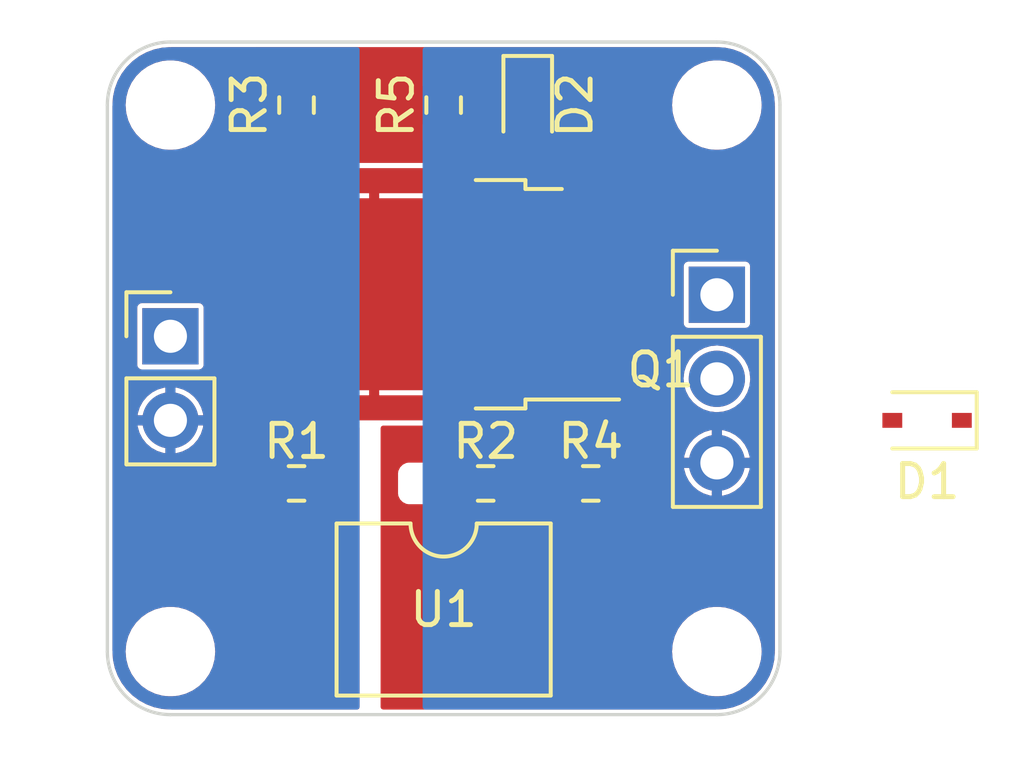
<source format=kicad_pcb>
(kicad_pcb (version 20211014) (generator pcbnew)
  (layers (0 "F.Cu" signal) (31 "B.Cu" signal) (34 "B.Paste" user) (35 "F.Paste" user) (36 "B.SilkS" user "B.Silkscreen") (37 "F.SilkS" user "F.Silkscreen") (38 "B.Mask" user) (39 "F.Mask" user) (44 "Edge.Cuts" user))
  (net 0 "")
  (net 1 "GND2")
  (net 2 "Net-(R1-Pad2)")
  (net 3 "GND1")
  (net 4 "Net-(J1-Pad1)")
  (net 5 "VDC")
  (net 6 "Net-(D1-Pad1)")
  (net 7 "Net-(Q1-Pad1)")
  (net 8 "Net-(R3-Pad1)")
  (net 9 "/LD")
  (net 10 "Net-(D2-Pad1)")
  (footprint "MountingHole:MountingHole_2.2mm_M2_DIN965" (layer "F.Cu") (at 125.095 83.185)
    (fp_text reference "H3" hide)
    (fp_text value "MountingHole")
    (pad "" np_thru_hole circle (at 0 0) (size 2.2 2.2) (drill 2.2) (layers *.Cu *.Mask))
  )
  (footprint "Diode_SMD:D_SOD-323" (layer "F.Cu") (at 131.445 92.71 180)
    (fp_text reference "D1" (at 0 -1.85) (layer "F.SilkS"))
    (fp_text value "1N4148")
    (fp_line (start -1.5 -0.85) (end 1.05 -0.85) (layer "F.SilkS") (width 0.12))
    (fp_line (start -1.5 -0.85) (end -1.5 0.85) (layer "F.SilkS") (width 0.12))
    (fp_line (start -1.5 0.85) (end 1.05 0.85) (layer "F.SilkS") (width 0.12))
    (pad "1" smd rect (at -1.05 0 180) (size 0.6 0.45) (layers "F.Cu" "F.Paste" "F.Mask") (net 6 "Net-(D1-Pad1)"))
    (pad "2" smd rect (at 1.05 0 180) (size 0.6 0.45) (layers "F.Cu" "F.Paste" "F.Mask") (net 1 "GND2"))
  )
  (footprint "Resistor_SMD:R_0603_1608Metric" (layer "F.Cu") (at 116.84 83.185 90)
    (fp_text reference "R5" (at 0 -1.43 90) (layer "F.SilkS"))
    (fp_text value "4k7")
    (fp_line (start -0.237258 -0.5225) (end 0.237258 -0.5225) (layer "F.SilkS") (width 0.12))
    (fp_line (start -0.237258 0.5225) (end 0.237258 0.5225) (layer "F.SilkS") (width 0.12))
    (pad "1" smd roundrect (at -0.825 0 90) (size 0.8 0.95) (layers "F.Cu" "F.Paste" "F.Mask") (net 9 "/LD"))
    (pad "2" smd roundrect (at 0.825 0 90) (size 0.8 0.95) (layers "F.Cu" "F.Paste" "F.Mask") (net 10 "Net-(D2-Pad1)"))
  )
  (footprint "Package_DIP:SMDIP-4_W9.53mm" (layer "F.Cu") (at 116.84 98.425)
    (fp_text reference "U1" (at 0 0) (layer "F.SilkS"))
    (fp_text value "EL817")
    (fp_line (start -3.235 2.6) (end 3.235 2.6) (layer "F.SilkS") (width 0.12))
    (fp_line (start -1 -2.6) (end -3.235 -2.6) (layer "F.SilkS") (width 0.12))
    (fp_line (start 3.235 2.6) (end 3.235 -2.6) (layer "F.SilkS") (width 0.12))
    (fp_line (start 3.235 -2.6) (end 1 -2.6) (layer "F.SilkS") (width 0.12))
    (fp_line (start -3.235 -2.6) (end -3.235 2.6) (layer "F.SilkS") (width 0.12))
    (fp_arc (start 1 -2.6) (mid 0 -1.6) (end -1 -2.6) (layer "F.SilkS") (width 0.12))
    (pad "1" smd rect (at -4.765 -1.27) (size 2 1.78) (layers "F.Cu" "F.Paste" "F.Mask") (net 2 "Net-(R1-Pad2)"))
    (pad "2" smd rect (at -4.765 1.27) (size 2 1.78) (layers "F.Cu" "F.Paste" "F.Mask") (net 3 "GND1"))
    (pad "3" smd rect (at 4.765 1.27) (size 2 1.78) (layers "F.Cu" "F.Paste" "F.Mask") (net 6 "Net-(D1-Pad1)"))
    (pad "4" smd rect (at 4.765 -1.27) (size 2 1.78) (layers "F.Cu" "F.Paste" "F.Mask") (net 8 "Net-(R3-Pad1)"))
  )
  (footprint "Package_TO_SOT_SMD:TO-252-3_TabPin2" (layer "F.Cu") (at 116.84 88.9 180)
    (fp_text reference "Q1" (at -6.56 -2.285) (layer "F.SilkS"))
    (fp_text value "D4184")
    (fp_line (start -2.47 3.18) (end -3.57 3.18) (layer "F.SilkS") (width 0.12))
    (fp_line (start -0.97 -3.45) (end -2.47 -3.45) (layer "F.SilkS") (width 0.12))
    (fp_line (start -2.47 -3.45) (end -2.47 -3.18) (layer "F.SilkS") (width 0.12))
    (fp_line (start -2.47 3.45) (end -2.47 3.18) (layer "F.SilkS") (width 0.12))
    (fp_line (start -2.47 -3.18) (end -5.3 -3.18) (layer "F.SilkS") (width 0.12))
    (fp_line (start -0.97 3.45) (end -2.47 3.45) (layer "F.SilkS") (width 0.12))
    (pad "1" smd rect (at -4.2 -2.28 180) (size 2.2 1.2) (layers "F.Cu" "F.Paste" "F.Mask") (net 7 "Net-(Q1-Pad1)"))
    (pad "2" smd rect (at -4.2 0 180) (size 2.2 1.2) (layers "F.Cu" "F.Paste" "F.Mask") (net 9 "/LD"))
    (pad "2" smd rect (at 2.1 0 180) (size 6.4 5.8) (layers "F.Cu" "F.Mask") (net 9 "/LD"))
    (pad "3" smd rect (at -4.2 2.28 180) (size 2.2 1.2) (layers "F.Cu" "F.Paste" "F.Mask") (net 1 "GND2"))
  )
  (footprint "LED_SMD:LED_0603_1608Metric" (layer "F.Cu") (at 119.38 83.185 -90)
    (fp_text reference "D2" (at 0 -1.43 90) (layer "F.SilkS"))
    (fp_text value "GR")
    (fp_line (start -1.485 -0.735) (end -1.485 0.735) (layer "F.SilkS") (width 0.12))
    (fp_line (start 0.8 -0.735) (end -1.485 -0.735) (layer "F.SilkS") (width 0.12))
    (fp_line (start -1.485 0.735) (end 0.8 0.735) (layer "F.SilkS") (width 0.12))
    (pad "1" smd roundrect (at -0.7875 0 270) (size 0.875 0.95) (layers "F.Cu" "F.Paste" "F.Mask") (net 10 "Net-(D2-Pad1)"))
    (pad "2" smd roundrect (at 0.7875 0 270) (size 0.875 0.95) (layers "F.Cu" "F.Paste" "F.Mask") (net 5 "VDC"))
  )
  (footprint "Connector_PinHeader_2.54mm:PinHeader_1x02_P2.54mm_Vertical" (layer "F.Cu") (at 108.585 90.17)
    (fp_text reference "J1" hide)
    (fp_text value "Conn_01x02")
    (fp_line (start -1.33 -1.33) (end 0 -1.33) (layer "F.SilkS") (width 0.12))
    (fp_line (start -1.33 1.27) (end -1.33 3.87) (layer "F.SilkS") (width 0.12))
    (fp_line (start -1.33 0) (end -1.33 -1.33) (layer "F.SilkS") (width 0.12))
    (fp_line (start -1.33 1.27) (end 1.33 1.27) (layer "F.SilkS") (width 0.12))
    (fp_line (start 1.33 1.27) (end 1.33 3.87) (layer "F.SilkS") (width 0.12))
    (fp_line (start -1.33 3.87) (end 1.33 3.87) (layer "F.SilkS") (width 0.12))
    (pad "1" thru_hole rect (at 0 0) (size 1.7 1.7) (drill 1) (layers *.Cu *.Mask) (net 4 "Net-(J1-Pad1)"))
    (pad "2" thru_hole oval (at 0 2.54) (size 1.7 1.7) (drill 1) (layers *.Cu *.Mask) (net 3 "GND1"))
  )
  (footprint "Resistor_SMD:R_0603_1608Metric" (layer "F.Cu") (at 112.395 94.615)
    (fp_text reference "R1" (at 0 -1.27) (layer "F.SilkS"))
    (fp_text value "1k")
    (fp_line (start -0.237258 0.5225) (end 0.237258 0.5225) (layer "F.SilkS") (width 0.12))
    (fp_line (start -0.237258 -0.5225) (end 0.237258 -0.5225) (layer "F.SilkS") (width 0.12))
    (pad "1" smd roundrect (at -0.825 0) (size 0.8 0.95) (layers "F.Cu" "F.Paste" "F.Mask") (net 4 "Net-(J1-Pad1)"))
    (pad "2" smd roundrect (at 0.825 0) (size 0.8 0.95) (layers "F.Cu" "F.Paste" "F.Mask") (net 2 "Net-(R1-Pad2)"))
  )
  (footprint "MountingHole:MountingHole_2.2mm_M2_DIN965" (layer "F.Cu") (at 108.585 99.695)
    (fp_text reference "H1" hide)
    (fp_text value "MountingHole")
    (pad "" np_thru_hole circle (at 0 0) (size 2.2 2.2) (drill 2.2) (layers *.Cu *.Mask))
  )
  (footprint "Connector_PinHeader_2.54mm:PinHeader_1x03_P2.54mm_Vertical" (layer "F.Cu") (at 125.095 88.915)
    (fp_text reference "J2" hide)
    (fp_text value "Conn_01x03")
    (fp_line (start -1.33 1.27) (end 1.33 1.27) (layer "F.SilkS") (width 0.12))
    (fp_line (start 1.33 1.27) (end 1.33 6.41) (layer "F.SilkS") (width 0.12))
    (fp_line (start -1.33 6.41) (end 1.33 6.41) (layer "F.SilkS") (width 0.12))
    (fp_line (start -1.33 -1.33) (end 0 -1.33) (layer "F.SilkS") (width 0.12))
    (fp_line (start -1.33 0) (end -1.33 -1.33) (layer "F.SilkS") (width 0.12))
    (fp_line (start -1.33 1.27) (end -1.33 6.41) (layer "F.SilkS") (width 0.12))
    (pad "1" thru_hole rect (at 0 0) (size 1.7 1.7) (drill 1) (layers *.Cu *.Mask) (net 5 "VDC"))
    (pad "2" thru_hole oval (at 0 2.54) (size 1.7 1.7) (drill 1) (layers *.Cu *.Mask) (net 9 "/LD"))
    (pad "3" thru_hole oval (at 0 5.08) (size 1.7 1.7) (drill 1) (layers *.Cu *.Mask) (net 1 "GND2"))
  )
  (footprint "MountingHole:MountingHole_2.2mm_M2_DIN965" (layer "F.Cu") (at 125.095 99.695)
    (fp_text reference "H2" hide)
    (fp_text value "MountingHole")
    (pad "" np_thru_hole circle (at 0 0) (size 2.2 2.2) (drill 2.2) (layers *.Cu *.Mask))
  )
  (footprint "MountingHole:MountingHole_2.2mm_M2_DIN965" (layer "F.Cu") (at 108.585 83.185)
    (fp_text reference "H4" hide)
    (fp_text value "MountingHole")
    (pad "" np_thru_hole circle (at 0 0) (size 2.2 2.2) (drill 2.2) (layers *.Cu *.Mask))
  )
  (footprint "Resistor_SMD:R_0603_1608Metric" (layer "F.Cu") (at 118.11 94.615 180)
    (fp_text reference "R2" (at 0 1.27) (layer "F.SilkS"))
    (fp_text value "100")
    (fp_line (start -0.237258 0.5225) (end 0.237258 0.5225) (layer "F.SilkS") (width 0.12))
    (fp_line (start -0.237258 -0.5225) (end 0.237258 -0.5225) (layer "F.SilkS") (width 0.12))
    (pad "1" smd roundrect (at -0.825 0 180) (size 0.8 0.95) (layers "F.Cu" "F.Paste" "F.Mask") (net 7 "Net-(Q1-Pad1)"))
    (pad "2" smd roundrect (at 0.825 0 180) (size 0.8 0.95) (layers "F.Cu" "F.Paste" "F.Mask") (net 6 "Net-(D1-Pad1)"))
  )
  (footprint "Resistor_SMD:R_0603_1608Metric" (layer "F.Cu") (at 112.395 83.185 90)
    (fp_text reference "R3" (at 0 -1.43 90) (layer "F.SilkS"))
    (fp_text value "4k7")
    (fp_line (start -0.237258 0.5225) (end 0.237258 0.5225) (layer "F.SilkS") (width 0.12))
    (fp_line (start -0.237258 -0.5225) (end 0.237258 -0.5225) (layer "F.SilkS") (width 0.12))
    (pad "1" smd roundrect (at -0.825 0 90) (size 0.8 0.95) (layers "F.Cu" "F.Paste" "F.Mask") (net 8 "Net-(R3-Pad1)"))
    (pad "2" smd roundrect (at 0.825 0 90) (size 0.8 0.95) (layers "F.Cu" "F.Paste" "F.Mask") (net 5 "VDC"))
  )
  (footprint "Resistor_SMD:R_0603_1608Metric" (layer "F.Cu") (at 121.285 94.615 180)
    (fp_text reference "R4" (at 0 1.27) (layer "F.SilkS"))
    (fp_text value "4k7")
    (fp_line (start -0.237258 -0.5225) (end 0.237258 -0.5225) (layer "F.SilkS") (width 0.12))
    (fp_line (start -0.237258 0.5225) (end 0.237258 0.5225) (layer "F.SilkS") (width 0.12))
    (pad "1" smd roundrect (at -0.825 0 180) (size 0.8 0.95) (layers "F.Cu" "F.Paste" "F.Mask") (net 1 "GND2"))
    (pad "2" smd roundrect (at 0.825 0 180) (size 0.8 0.95) (layers "F.Cu" "F.Paste" "F.Mask") (net 7 "Net-(Q1-Pad1)"))
  )
  (gr_line (start 106.68 99.695) (end 106.68 83.185) (layer "Edge.Cuts") (width 0.1))
  (gr_line (start 108.585 81.28) (end 125.095 81.28) (layer "Edge.Cuts") (width 0.1))
  (gr_arc (start 125.095 81.28) (mid 126.442038 81.837962) (end 127 83.185) (layer "Edge.Cuts") (width 0.1))
  (gr_arc (start 108.585 101.6) (mid 107.237962 101.042038) (end 106.68 99.695) (layer "Edge.Cuts") (width 0.1))
  (gr_arc (start 106.68 83.185) (mid 107.237962 81.837962) (end 108.585 81.28) (layer "Edge.Cuts") (width 0.1))
  (gr_line (start 127 83.185) (end 127 99.695) (layer "Edge.Cuts") (width 0.1))
  (gr_line (start 125.095 101.6) (end 108.585 101.6) (layer "Edge.Cuts") (width 0.1))
  (gr_arc (start 127 99.695) (mid 126.442038 101.042038) (end 125.095 101.6) (layer "Edge.Cuts") (width 0.1))
  (zone (net 3) (net_name "GND1") (layer "F.Cu") (connect_pads (clearance 0.1524)) (min_thickness 0.1524) (fill yes (thermal_gap 0.1524) (thermal_bridge_width 0.3048))
    (polygon (pts (xy 114.3 102.87) (xy 105.41 102.87) (xy 105.41 80.01) (xy 114.3 80.01)))
  )
  (zone (net 1) (net_name "GND2") (layer "F.Cu") (connect_pads (clearance 0.1524)) (min_thickness 0.1524) (fill yes (thermal_gap 0.1524) (thermal_bridge_width 0.3048))
    (polygon (pts (xy 128.27 102.87) (xy 114.935 102.87) (xy 114.935 92.71) (xy 111.125 92.71) (xy 111.125 80.01) (xy 128.27 80.01)))
  )
  (zone (net 9) (net_name "/LD") (layer "F.Cu") (priority 1) (connect_pads (clearance 0.1524)) (min_thickness 0.1524) (fill yes (thermal_gap 0.1524) (thermal_bridge_width 0.3048))
    (polygon (pts (xy 118.745 87.63) (xy 123.19 87.63) (xy 123.19 90.17) (xy 118.745 90.17) (xy 118.745 92.71) (xy 111.125 92.71) (xy 111.125 85.09) (xy 118.745 85.09)))
  )
  (zone (net 3) (net_name "GND1") (layer "B.Cu") (connect_pads (clearance 0.1524)) (min_thickness 0.1524) (fill yes (thermal_gap 0.1524) (thermal_bridge_width 0.3048))
    (polygon (pts (xy 114.3 102.87) (xy 105.41 102.87) (xy 105.41 80.01) (xy 114.3 80.01)))
  )
  (zone (net 1) (net_name "GND2") (layer "B.Cu") (connect_pads (clearance 0.1524)) (min_thickness 0.1524) (fill yes (thermal_gap 0.1524) (thermal_bridge_width 0.3048))
    (polygon (pts (xy 128.27 102.87) (xy 116.205 102.87) (xy 116.205 80.01) (xy 128.27 80.01)))
  )
)
</source>
